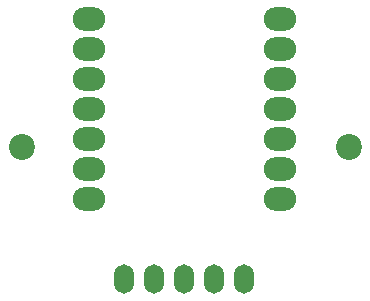
<source format=gbr>
%TF.GenerationSoftware,KiCad,Pcbnew,7.0.9*%
%TF.CreationDate,2024-03-01T11:20:35+09:00*%
%TF.ProjectId,LineIntegratedBoard2,4c696e65-496e-4746-9567-726174656442,rev?*%
%TF.SameCoordinates,Original*%
%TF.FileFunction,Soldermask,Top*%
%TF.FilePolarity,Negative*%
%FSLAX46Y46*%
G04 Gerber Fmt 4.6, Leading zero omitted, Abs format (unit mm)*
G04 Created by KiCad (PCBNEW 7.0.9) date 2024-03-01 11:20:35*
%MOMM*%
%LPD*%
G01*
G04 APERTURE LIST*
%ADD10C,2.200000*%
%ADD11O,1.700000X2.500000*%
%ADD12O,2.748280X1.998980*%
G04 APERTURE END LIST*
D10*
%TO.C,REF\u002A\u002A*%
X138684000Y-101600000D03*
%TD*%
%TO.C,REF\u002A\u002A*%
X166370000Y-101600000D03*
%TD*%
D11*
%TO.C,J4*%
X147300000Y-112776000D03*
X149840000Y-112776000D03*
X152380000Y-112776000D03*
X154920000Y-112776000D03*
X157460000Y-112776000D03*
%TD*%
D12*
%TO.C,U1*%
X144391317Y-90729367D03*
X144391317Y-93269367D03*
X144391317Y-95809367D03*
X144391317Y-98349367D03*
X144391317Y-100889367D03*
X144391317Y-103429367D03*
X144391317Y-105969367D03*
X160555877Y-105969367D03*
X160555877Y-103429367D03*
X160555877Y-100889367D03*
X160555877Y-98349367D03*
X160555877Y-95809367D03*
X160555877Y-93269367D03*
X160555877Y-90729367D03*
%TD*%
M02*

</source>
